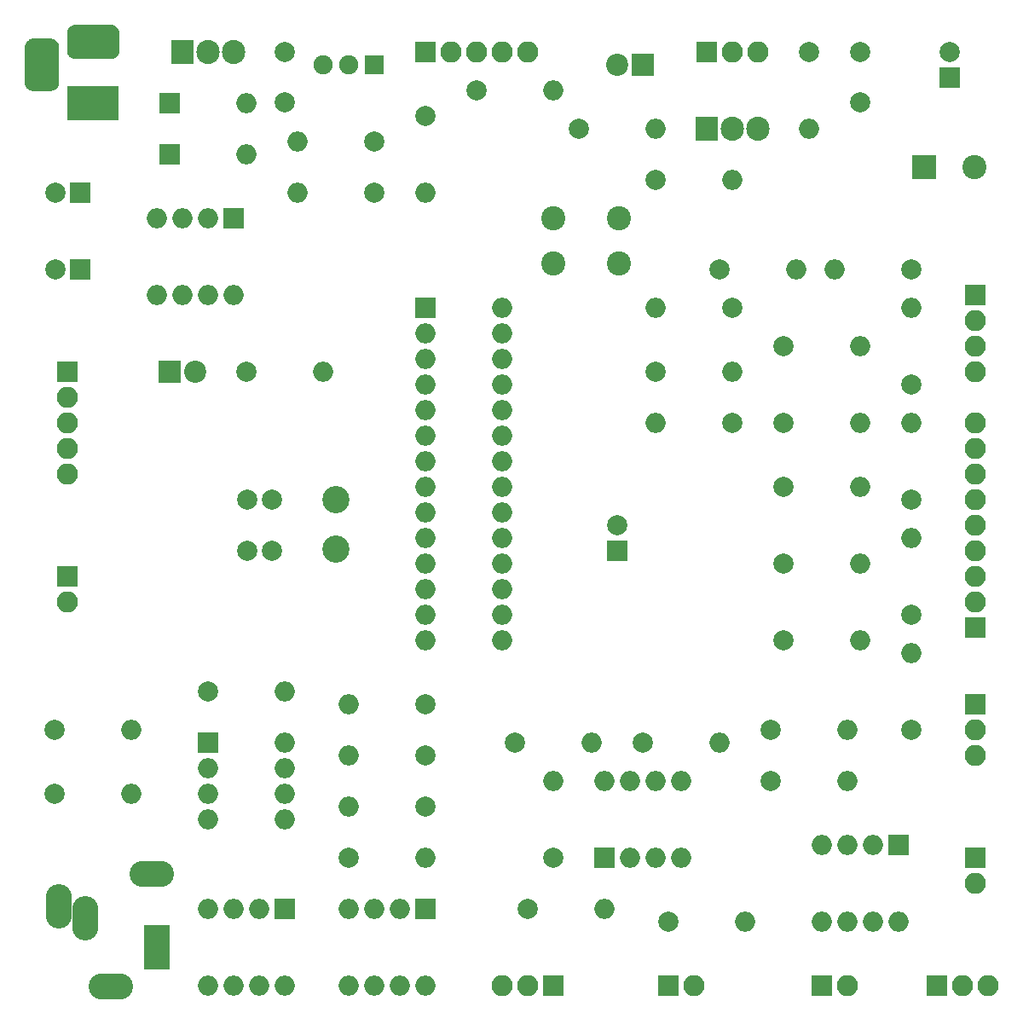
<source format=gbr>
G04 #@! TF.GenerationSoftware,KiCad,Pcbnew,(5.0.0)*
G04 #@! TF.CreationDate,2019-01-04T11:12:30-05:00*
G04 #@! TF.ProjectId,Sistema_Adquisicion_Tesis,53697374656D615F4164717569736963,rev?*
G04 #@! TF.SameCoordinates,Original*
G04 #@! TF.FileFunction,Soldermask,Bot*
G04 #@! TF.FilePolarity,Negative*
%FSLAX46Y46*%
G04 Gerber Fmt 4.6, Leading zero omitted, Abs format (unit mm)*
G04 Created by KiCad (PCBNEW (5.0.0)) date 01/04/19 11:12:30*
%MOMM*%
%LPD*%
G01*
G04 APERTURE LIST*
%ADD10C,2.000000*%
%ADD11R,2.000000X2.000000*%
%ADD12R,2.400000X2.400000*%
%ADD13C,2.400000*%
%ADD14O,2.000000X2.000000*%
%ADD15R,2.200000X2.200000*%
%ADD16C,2.200000*%
%ADD17C,0.100000*%
%ADD18C,3.400000*%
%ADD19R,5.200000X3.400000*%
%ADD20R,2.100000X2.100000*%
%ADD21O,2.100000X2.100000*%
%ADD22R,2.600000X4.400000*%
%ADD23O,4.400000X2.600000*%
%ADD24O,2.600000X4.400000*%
%ADD25C,1.900000*%
%ADD26R,1.900000X1.900000*%
%ADD27R,2.305000X2.400000*%
%ADD28O,2.305000X2.400000*%
%ADD29C,2.700000*%
G04 APERTURE END LIST*
D10*
G04 #@! TO.C,C6*
X62270000Y-88900000D03*
D11*
X64770000Y-88900000D03*
G04 #@! TD*
D10*
G04 #@! TO.C,C1*
X85090000Y-79930000D03*
X85090000Y-74930000D03*
G04 #@! TD*
D12*
G04 #@! TO.C,C2*
X148590000Y-86360000D03*
D13*
X153590000Y-86360000D03*
G04 #@! TD*
D10*
G04 #@! TO.C,C3*
X81320000Y-119380000D03*
X83820000Y-119380000D03*
G04 #@! TD*
G04 #@! TO.C,C4*
X83820000Y-124460000D03*
X81320000Y-124460000D03*
G04 #@! TD*
G04 #@! TO.C,C5*
X118110000Y-121960000D03*
D11*
X118110000Y-124460000D03*
G04 #@! TD*
G04 #@! TO.C,C7*
X64770000Y-96520000D03*
D10*
X62270000Y-96520000D03*
G04 #@! TD*
D11*
G04 #@! TO.C,C8*
X151130000Y-77470000D03*
D10*
X151130000Y-74970000D03*
G04 #@! TD*
G04 #@! TO.C,C9*
X142240000Y-74930000D03*
X142240000Y-79930000D03*
G04 #@! TD*
D14*
G04 #@! TO.C,D1*
X81280000Y-80010000D03*
D11*
X73660000Y-80010000D03*
G04 #@! TD*
G04 #@! TO.C,D2*
X73660000Y-85090000D03*
D14*
X81280000Y-85090000D03*
G04 #@! TD*
D15*
G04 #@! TO.C,D3*
X120650000Y-76200000D03*
D16*
X118110000Y-76200000D03*
G04 #@! TD*
G04 #@! TO.C,D4*
X76200000Y-106680000D03*
D15*
X73660000Y-106680000D03*
G04 #@! TD*
D17*
G04 #@! TO.C,J1*
G36*
X67873315Y-72214093D02*
X67955827Y-72226333D01*
X68036742Y-72246601D01*
X68115281Y-72274702D01*
X68190687Y-72310367D01*
X68262235Y-72353251D01*
X68329234Y-72402941D01*
X68391041Y-72458959D01*
X68447059Y-72520766D01*
X68496749Y-72587765D01*
X68539633Y-72659313D01*
X68575298Y-72734719D01*
X68603399Y-72813258D01*
X68623667Y-72894173D01*
X68635907Y-72976685D01*
X68640000Y-73060000D01*
X68640000Y-74760000D01*
X68635907Y-74843315D01*
X68623667Y-74925827D01*
X68603399Y-75006742D01*
X68575298Y-75085281D01*
X68539633Y-75160687D01*
X68496749Y-75232235D01*
X68447059Y-75299234D01*
X68391041Y-75361041D01*
X68329234Y-75417059D01*
X68262235Y-75466749D01*
X68190687Y-75509633D01*
X68115281Y-75545298D01*
X68036742Y-75573399D01*
X67955827Y-75593667D01*
X67873315Y-75605907D01*
X67790000Y-75610000D01*
X64290000Y-75610000D01*
X64206685Y-75605907D01*
X64124173Y-75593667D01*
X64043258Y-75573399D01*
X63964719Y-75545298D01*
X63889313Y-75509633D01*
X63817765Y-75466749D01*
X63750766Y-75417059D01*
X63688959Y-75361041D01*
X63632941Y-75299234D01*
X63583251Y-75232235D01*
X63540367Y-75160687D01*
X63504702Y-75085281D01*
X63476601Y-75006742D01*
X63456333Y-74925827D01*
X63444093Y-74843315D01*
X63440000Y-74760000D01*
X63440000Y-73060000D01*
X63444093Y-72976685D01*
X63456333Y-72894173D01*
X63476601Y-72813258D01*
X63504702Y-72734719D01*
X63540367Y-72659313D01*
X63583251Y-72587765D01*
X63632941Y-72520766D01*
X63688959Y-72458959D01*
X63750766Y-72402941D01*
X63817765Y-72353251D01*
X63889313Y-72310367D01*
X63964719Y-72274702D01*
X64043258Y-72246601D01*
X64124173Y-72226333D01*
X64206685Y-72214093D01*
X64290000Y-72210000D01*
X67790000Y-72210000D01*
X67873315Y-72214093D01*
X67873315Y-72214093D01*
G37*
D18*
X66040000Y-73910000D03*
D19*
X66040000Y-80010000D03*
D17*
G36*
X61893315Y-73604093D02*
X61975827Y-73616333D01*
X62056742Y-73636601D01*
X62135281Y-73664702D01*
X62210687Y-73700367D01*
X62282235Y-73743251D01*
X62349234Y-73792941D01*
X62411041Y-73848959D01*
X62467059Y-73910766D01*
X62516749Y-73977765D01*
X62559633Y-74049313D01*
X62595298Y-74124719D01*
X62623399Y-74203258D01*
X62643667Y-74284173D01*
X62655907Y-74366685D01*
X62660000Y-74450000D01*
X62660000Y-77950000D01*
X62655907Y-78033315D01*
X62643667Y-78115827D01*
X62623399Y-78196742D01*
X62595298Y-78275281D01*
X62559633Y-78350687D01*
X62516749Y-78422235D01*
X62467059Y-78489234D01*
X62411041Y-78551041D01*
X62349234Y-78607059D01*
X62282235Y-78656749D01*
X62210687Y-78699633D01*
X62135281Y-78735298D01*
X62056742Y-78763399D01*
X61975827Y-78783667D01*
X61893315Y-78795907D01*
X61810000Y-78800000D01*
X60110000Y-78800000D01*
X60026685Y-78795907D01*
X59944173Y-78783667D01*
X59863258Y-78763399D01*
X59784719Y-78735298D01*
X59709313Y-78699633D01*
X59637765Y-78656749D01*
X59570766Y-78607059D01*
X59508959Y-78551041D01*
X59452941Y-78489234D01*
X59403251Y-78422235D01*
X59360367Y-78350687D01*
X59324702Y-78275281D01*
X59296601Y-78196742D01*
X59276333Y-78115827D01*
X59264093Y-78033315D01*
X59260000Y-77950000D01*
X59260000Y-74450000D01*
X59264093Y-74366685D01*
X59276333Y-74284173D01*
X59296601Y-74203258D01*
X59324702Y-74124719D01*
X59360367Y-74049313D01*
X59403251Y-73977765D01*
X59452941Y-73910766D01*
X59508959Y-73848959D01*
X59570766Y-73792941D01*
X59637765Y-73743251D01*
X59709313Y-73700367D01*
X59784719Y-73664702D01*
X59863258Y-73636601D01*
X59944173Y-73616333D01*
X60026685Y-73604093D01*
X60110000Y-73600000D01*
X61810000Y-73600000D01*
X61893315Y-73604093D01*
X61893315Y-73604093D01*
G37*
D18*
X60960000Y-76200000D03*
G04 #@! TD*
D20*
G04 #@! TO.C,J2*
X153670000Y-99060000D03*
D21*
X153670000Y-101600000D03*
X153670000Y-104140000D03*
X153670000Y-106680000D03*
G04 #@! TD*
D22*
G04 #@! TO.C,J5*
X72390000Y-163830000D03*
D23*
X71890000Y-156530000D03*
D24*
X65290000Y-160930000D03*
X62590000Y-159730000D03*
D23*
X67790000Y-167730000D03*
G04 #@! TD*
D20*
G04 #@! TO.C,J7*
X153670000Y-154940000D03*
D21*
X153670000Y-157480000D03*
G04 #@! TD*
D20*
G04 #@! TO.C,J8*
X63500000Y-106680000D03*
D21*
X63500000Y-109220000D03*
X63500000Y-111760000D03*
X63500000Y-114300000D03*
X63500000Y-116840000D03*
G04 #@! TD*
D20*
G04 #@! TO.C,J9*
X127000000Y-74930000D03*
D21*
X129540000Y-74930000D03*
X132080000Y-74930000D03*
G04 #@! TD*
D20*
G04 #@! TO.C,J10*
X99060000Y-74930000D03*
D21*
X101600000Y-74930000D03*
X104140000Y-74930000D03*
X106680000Y-74930000D03*
X109220000Y-74930000D03*
G04 #@! TD*
G04 #@! TO.C,J11*
X63500000Y-129540000D03*
D20*
X63500000Y-127000000D03*
G04 #@! TD*
D25*
G04 #@! TO.C,Q1*
X91440000Y-76200000D03*
X88900000Y-76200000D03*
D26*
X93980000Y-76200000D03*
G04 #@! TD*
D13*
G04 #@! TO.C,SW1*
X111760000Y-95940000D03*
X111760000Y-91440000D03*
X118260000Y-95940000D03*
X118260000Y-91440000D03*
G04 #@! TD*
D11*
G04 #@! TO.C,U1*
X99060000Y-100330000D03*
D14*
X106680000Y-133350000D03*
X99060000Y-102870000D03*
X106680000Y-130810000D03*
X99060000Y-105410000D03*
X106680000Y-128270000D03*
X99060000Y-107950000D03*
X106680000Y-125730000D03*
X99060000Y-110490000D03*
X106680000Y-123190000D03*
X99060000Y-113030000D03*
X106680000Y-120650000D03*
X99060000Y-115570000D03*
X106680000Y-118110000D03*
X99060000Y-118110000D03*
X106680000Y-115570000D03*
X99060000Y-120650000D03*
X106680000Y-113030000D03*
X99060000Y-123190000D03*
X106680000Y-110490000D03*
X99060000Y-125730000D03*
X106680000Y-107950000D03*
X99060000Y-128270000D03*
X106680000Y-105410000D03*
X99060000Y-130810000D03*
X106680000Y-102870000D03*
X99060000Y-133350000D03*
X106680000Y-100330000D03*
G04 #@! TD*
D11*
G04 #@! TO.C,U2*
X77470000Y-143510000D03*
D14*
X85090000Y-151130000D03*
X77470000Y-146050000D03*
X85090000Y-148590000D03*
X77470000Y-148590000D03*
X85090000Y-146050000D03*
X77470000Y-151130000D03*
X85090000Y-143510000D03*
G04 #@! TD*
D27*
G04 #@! TO.C,U3*
X74930000Y-74930000D03*
D28*
X77470000Y-74930000D03*
X80010000Y-74930000D03*
G04 #@! TD*
D14*
G04 #@! TO.C,U4*
X116840000Y-147320000D03*
X124460000Y-154940000D03*
X119380000Y-147320000D03*
X121920000Y-154940000D03*
X121920000Y-147320000D03*
X119380000Y-154940000D03*
X124460000Y-147320000D03*
D11*
X116840000Y-154940000D03*
G04 #@! TD*
D28*
G04 #@! TO.C,U5*
X132080000Y-82550000D03*
X129540000Y-82550000D03*
D27*
X127000000Y-82550000D03*
G04 #@! TD*
D11*
G04 #@! TO.C,U6*
X146050000Y-153670000D03*
D14*
X138430000Y-161290000D03*
X143510000Y-153670000D03*
X140970000Y-161290000D03*
X140970000Y-153670000D03*
X143510000Y-161290000D03*
X138430000Y-153670000D03*
X146050000Y-161290000D03*
G04 #@! TD*
G04 #@! TO.C,U7*
X85090000Y-167640000D03*
X77470000Y-160020000D03*
X82550000Y-167640000D03*
X80010000Y-160020000D03*
X80010000Y-167640000D03*
X82550000Y-160020000D03*
X77470000Y-167640000D03*
D11*
X85090000Y-160020000D03*
G04 #@! TD*
G04 #@! TO.C,U8*
X99060000Y-160020000D03*
D14*
X91440000Y-167640000D03*
X96520000Y-160020000D03*
X93980000Y-167640000D03*
X93980000Y-160020000D03*
X96520000Y-167640000D03*
X91440000Y-160020000D03*
X99060000Y-167640000D03*
G04 #@! TD*
G04 #@! TO.C,U9*
X80010000Y-99060000D03*
X72390000Y-91440000D03*
X77470000Y-99060000D03*
X74930000Y-91440000D03*
X74930000Y-99060000D03*
X77470000Y-91440000D03*
X72390000Y-99060000D03*
D11*
X80010000Y-91440000D03*
G04 #@! TD*
D29*
G04 #@! TO.C,Y1*
X90170000Y-119380000D03*
X90170000Y-124280000D03*
G04 #@! TD*
D21*
G04 #@! TO.C,J3*
X106680000Y-167640000D03*
X109220000Y-167640000D03*
D20*
X111760000Y-167640000D03*
G04 #@! TD*
G04 #@! TO.C,J4*
X149860000Y-167640000D03*
D21*
X152400000Y-167640000D03*
X154940000Y-167640000D03*
G04 #@! TD*
D20*
G04 #@! TO.C,J12*
X153670000Y-132080000D03*
D21*
X153670000Y-129540000D03*
X153670000Y-127000000D03*
X153670000Y-124460000D03*
X153670000Y-121920000D03*
X153670000Y-119380000D03*
X153670000Y-116840000D03*
X153670000Y-114300000D03*
X153670000Y-111760000D03*
G04 #@! TD*
G04 #@! TO.C,J13*
X125730000Y-167640000D03*
D20*
X123190000Y-167640000D03*
G04 #@! TD*
G04 #@! TO.C,J14*
X138430000Y-167640000D03*
D21*
X140970000Y-167640000D03*
G04 #@! TD*
D10*
G04 #@! TO.C,R1*
X62230000Y-142240000D03*
D14*
X69850000Y-142240000D03*
G04 #@! TD*
G04 #@! TO.C,R2*
X69850000Y-148590000D03*
D10*
X62230000Y-148590000D03*
G04 #@! TD*
G04 #@! TO.C,R3*
X99060000Y-139700000D03*
D14*
X91440000Y-139700000D03*
G04 #@! TD*
G04 #@! TO.C,R4*
X91440000Y-144780000D03*
D10*
X99060000Y-144780000D03*
G04 #@! TD*
G04 #@! TO.C,R5*
X77470000Y-138430000D03*
D14*
X85090000Y-138430000D03*
G04 #@! TD*
D10*
G04 #@! TO.C,R6*
X93980000Y-83820000D03*
D14*
X86360000Y-83820000D03*
G04 #@! TD*
G04 #@! TO.C,R7*
X86360000Y-88900000D03*
D10*
X93980000Y-88900000D03*
G04 #@! TD*
D14*
G04 #@! TO.C,R8*
X137160000Y-82550000D03*
D10*
X137160000Y-74930000D03*
G04 #@! TD*
G04 #@! TO.C,R9*
X104140000Y-78740000D03*
D14*
X111760000Y-78740000D03*
G04 #@! TD*
G04 #@! TO.C,R10*
X116840000Y-160020000D03*
D10*
X109220000Y-160020000D03*
G04 #@! TD*
G04 #@! TO.C,R11*
X123190000Y-161290000D03*
D14*
X130810000Y-161290000D03*
G04 #@! TD*
D10*
G04 #@! TO.C,R12*
X120650000Y-143510000D03*
D14*
X128270000Y-143510000D03*
G04 #@! TD*
G04 #@! TO.C,R13*
X111760000Y-147320000D03*
D10*
X111760000Y-154940000D03*
G04 #@! TD*
D14*
G04 #@! TO.C,R14*
X140970000Y-147320000D03*
D10*
X133350000Y-147320000D03*
G04 #@! TD*
D14*
G04 #@! TO.C,R15*
X140970000Y-142240000D03*
D10*
X133350000Y-142240000D03*
G04 #@! TD*
G04 #@! TO.C,R16*
X107950000Y-143510000D03*
D14*
X115570000Y-143510000D03*
G04 #@! TD*
G04 #@! TO.C,R17*
X121920000Y-111760000D03*
D10*
X129540000Y-111760000D03*
G04 #@! TD*
D14*
G04 #@! TO.C,R18*
X129540000Y-106680000D03*
D10*
X121920000Y-106680000D03*
G04 #@! TD*
G04 #@! TO.C,R19*
X129540000Y-100330000D03*
D14*
X121920000Y-100330000D03*
G04 #@! TD*
D10*
G04 #@! TO.C,R20*
X128270000Y-96520000D03*
D14*
X135890000Y-96520000D03*
G04 #@! TD*
G04 #@! TO.C,R21*
X139700000Y-96520000D03*
D10*
X147320000Y-96520000D03*
G04 #@! TD*
D14*
G04 #@! TO.C,R22*
X142240000Y-104140000D03*
D10*
X134620000Y-104140000D03*
G04 #@! TD*
G04 #@! TO.C,R23*
X147320000Y-107950000D03*
D14*
X147320000Y-100330000D03*
G04 #@! TD*
D10*
G04 #@! TO.C,R24*
X134620000Y-111760000D03*
D14*
X142240000Y-111760000D03*
G04 #@! TD*
G04 #@! TO.C,R25*
X147320000Y-111760000D03*
D10*
X147320000Y-119380000D03*
G04 #@! TD*
D14*
G04 #@! TO.C,R26*
X142240000Y-118110000D03*
D10*
X134620000Y-118110000D03*
G04 #@! TD*
G04 #@! TO.C,R27*
X147320000Y-130810000D03*
D14*
X147320000Y-123190000D03*
G04 #@! TD*
G04 #@! TO.C,R28*
X99060000Y-154940000D03*
D10*
X91440000Y-154940000D03*
G04 #@! TD*
G04 #@! TO.C,R29*
X134620000Y-125730000D03*
D14*
X142240000Y-125730000D03*
G04 #@! TD*
D10*
G04 #@! TO.C,R30*
X147320000Y-142240000D03*
D14*
X147320000Y-134620000D03*
G04 #@! TD*
G04 #@! TO.C,R31*
X142240000Y-133350000D03*
D10*
X134620000Y-133350000D03*
G04 #@! TD*
G04 #@! TO.C,R32*
X99060000Y-149860000D03*
D14*
X91440000Y-149860000D03*
G04 #@! TD*
D10*
G04 #@! TO.C,R33*
X81280000Y-106680000D03*
D14*
X88900000Y-106680000D03*
G04 #@! TD*
D10*
G04 #@! TO.C,R34*
X114300000Y-82550000D03*
D14*
X121920000Y-82550000D03*
G04 #@! TD*
G04 #@! TO.C,R35*
X129540000Y-87630000D03*
D10*
X121920000Y-87630000D03*
G04 #@! TD*
D14*
G04 #@! TO.C,R36*
X99060000Y-88900000D03*
D10*
X99060000Y-81280000D03*
G04 #@! TD*
D20*
G04 #@! TO.C,J6*
X153670000Y-139700000D03*
D21*
X153670000Y-142240000D03*
X153670000Y-144780000D03*
G04 #@! TD*
M02*

</source>
